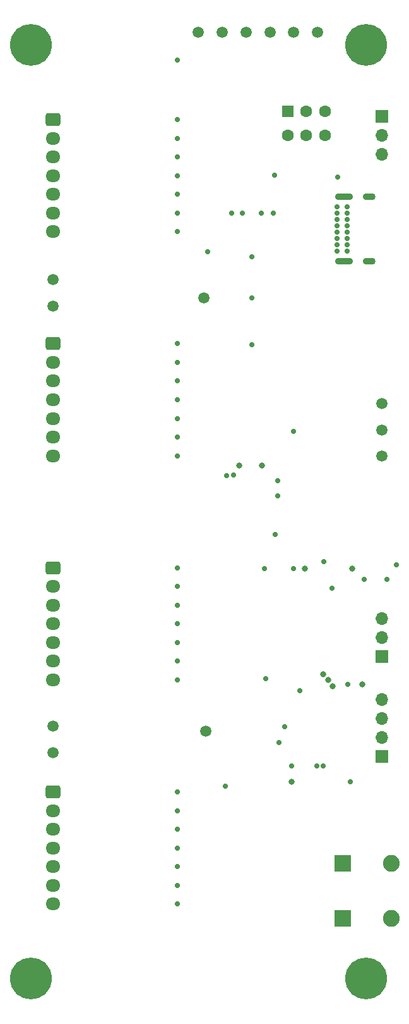
<source format=gbr>
%TF.GenerationSoftware,KiCad,Pcbnew,8.0.1*%
%TF.CreationDate,2024-04-24T01:01:48-07:00*%
%TF.ProjectId,BatteryTelemetry,42617474-6572-4795-9465-6c656d657472,rev?*%
%TF.SameCoordinates,Original*%
%TF.FileFunction,Soldermask,Bot*%
%TF.FilePolarity,Negative*%
%FSLAX46Y46*%
G04 Gerber Fmt 4.6, Leading zero omitted, Abs format (unit mm)*
G04 Created by KiCad (PCBNEW 8.0.1) date 2024-04-24 01:01:48*
%MOMM*%
%LPD*%
G01*
G04 APERTURE LIST*
G04 Aperture macros list*
%AMRoundRect*
0 Rectangle with rounded corners*
0 $1 Rounding radius*
0 $2 $3 $4 $5 $6 $7 $8 $9 X,Y pos of 4 corners*
0 Add a 4 corners polygon primitive as box body*
4,1,4,$2,$3,$4,$5,$6,$7,$8,$9,$2,$3,0*
0 Add four circle primitives for the rounded corners*
1,1,$1+$1,$2,$3*
1,1,$1+$1,$4,$5*
1,1,$1+$1,$6,$7*
1,1,$1+$1,$8,$9*
0 Add four rect primitives between the rounded corners*
20,1,$1+$1,$2,$3,$4,$5,0*
20,1,$1+$1,$4,$5,$6,$7,0*
20,1,$1+$1,$6,$7,$8,$9,0*
20,1,$1+$1,$8,$9,$2,$3,0*%
G04 Aperture macros list end*
%ADD10C,5.600000*%
%ADD11C,1.500000*%
%ADD12RoundRect,0.250000X-0.725000X0.600000X-0.725000X-0.600000X0.725000X-0.600000X0.725000X0.600000X0*%
%ADD13O,1.950000X1.700000*%
%ADD14R,2.250000X2.250000*%
%ADD15C,2.250000*%
%ADD16R,1.700000X1.700000*%
%ADD17O,1.700000X1.700000*%
%ADD18R,1.600000X1.600000*%
%ADD19C,1.600000*%
%ADD20C,0.700000*%
%ADD21O,2.400000X0.900000*%
%ADD22O,1.700000X0.900000*%
%ADD23C,0.711200*%
%ADD24C,0.800000*%
G04 APERTURE END LIST*
D10*
%TO.C,H4*%
X75000000Y-155000000D03*
%TD*%
D11*
%TO.C,TP6*%
X68490000Y-28300000D03*
%TD*%
%TO.C,TP3*%
X58905000Y-28300000D03*
%TD*%
%TO.C,TP4*%
X62100000Y-28300000D03*
%TD*%
%TO.C,TP1*%
X52515000Y-28300000D03*
%TD*%
D12*
%TO.C,J4*%
X33000000Y-130000000D03*
D13*
X33000000Y-132500000D03*
X33000000Y-135000000D03*
X33000000Y-137500000D03*
X33000000Y-140000000D03*
X33000000Y-142500000D03*
X33000000Y-145000000D03*
%TD*%
D10*
%TO.C,H3*%
X30000000Y-155000000D03*
%TD*%
D11*
%TO.C,TP13*%
X77100000Y-77975000D03*
%TD*%
%TO.C,TP9*%
X33000000Y-121175000D03*
%TD*%
D14*
%TO.C,SW2*%
X71875000Y-139600000D03*
D15*
X78375000Y-139600000D03*
%TD*%
D10*
%TO.C,H2*%
X75000000Y-30000000D03*
%TD*%
D16*
%TO.C,J6*%
X77075000Y-125275000D03*
D17*
X77075000Y-122735000D03*
X77075000Y-120195000D03*
X77075000Y-117655000D03*
%TD*%
D10*
%TO.C,H1*%
X30000000Y-30000000D03*
%TD*%
D18*
%TO.C,SW3*%
X64475000Y-38900000D03*
D19*
X66975000Y-38900000D03*
X69475000Y-38900000D03*
X64475000Y-42100000D03*
X66975000Y-42100000D03*
X69475000Y-42100000D03*
%TD*%
D11*
%TO.C,TP15*%
X77100000Y-85075000D03*
%TD*%
%TO.C,TP8*%
X33000000Y-64950000D03*
%TD*%
%TO.C,TP2*%
X55710000Y-28300000D03*
%TD*%
%TO.C,TP12*%
X53525000Y-121850000D03*
%TD*%
D20*
%TO.C,J5*%
X71075000Y-57600000D03*
X71075000Y-56750000D03*
X71075000Y-55900000D03*
X71075000Y-55050000D03*
X71075000Y-54200000D03*
X71075000Y-53350000D03*
X71075000Y-52500000D03*
X71075000Y-51650000D03*
X72425000Y-51650000D03*
X72425000Y-52500000D03*
X72425000Y-53350000D03*
X72425000Y-54200000D03*
X72425000Y-55050000D03*
X72425000Y-55900000D03*
X72425000Y-56750000D03*
X72425000Y-57600000D03*
D21*
X72055000Y-58950000D03*
D22*
X75435000Y-58950000D03*
D21*
X72055000Y-50300000D03*
D22*
X75435000Y-50300000D03*
%TD*%
D11*
%TO.C,TP10*%
X33000000Y-124725000D03*
%TD*%
%TO.C,TP7*%
X33000000Y-61400000D03*
%TD*%
D12*
%TO.C,J1*%
X33000000Y-40000000D03*
D13*
X33000000Y-42500000D03*
X33000000Y-45000000D03*
X33000000Y-47500000D03*
X33000000Y-50000000D03*
X33000000Y-52500000D03*
X33000000Y-55000000D03*
%TD*%
D16*
%TO.C,J8*%
X77100000Y-39560000D03*
D17*
X77100000Y-42100000D03*
X77100000Y-44640000D03*
%TD*%
D12*
%TO.C,J3*%
X33000000Y-100000000D03*
D13*
X33000000Y-102500000D03*
X33000000Y-105000000D03*
X33000000Y-107500000D03*
X33000000Y-110000000D03*
X33000000Y-112500000D03*
X33000000Y-115000000D03*
%TD*%
D12*
%TO.C,J2*%
X33000000Y-70000000D03*
D13*
X33000000Y-72500000D03*
X33000000Y-75000000D03*
X33000000Y-77500000D03*
X33000000Y-80000000D03*
X33000000Y-82500000D03*
X33000000Y-85000000D03*
%TD*%
D11*
%TO.C,TP5*%
X65295000Y-28300000D03*
%TD*%
%TO.C,TP14*%
X77100000Y-81525000D03*
%TD*%
D16*
%TO.C,J7*%
X77075000Y-111850000D03*
D17*
X77075000Y-109310000D03*
X77075000Y-106770000D03*
%TD*%
D11*
%TO.C,TP11*%
X53250000Y-63875000D03*
%TD*%
D14*
%TO.C,SW1*%
X71875000Y-146925000D03*
D15*
X78375000Y-146925000D03*
%TD*%
D23*
X66075000Y-116475000D03*
D20*
X60950000Y-52500000D03*
X65000000Y-126562394D03*
D24*
X73169975Y-100075000D03*
D20*
X58425000Y-52500000D03*
D23*
X64050000Y-121300000D03*
D24*
X65000000Y-128675000D03*
X66750000Y-100075000D03*
D23*
X49650000Y-42500000D03*
X59700000Y-70100000D03*
X49650000Y-137500000D03*
X65300000Y-81700000D03*
X56100000Y-129200000D03*
X49650000Y-110000000D03*
X49650000Y-132500000D03*
X49650000Y-40000000D03*
X49650000Y-140000000D03*
X70400000Y-102750000D03*
X49650000Y-102500000D03*
X62825000Y-95500000D03*
X49650000Y-105000000D03*
X49650000Y-130000000D03*
X56250000Y-87650000D03*
X49650000Y-107500000D03*
X49650000Y-45000000D03*
X49650000Y-47525000D03*
X49650000Y-115000000D03*
X49650000Y-72500000D03*
X79100000Y-99625000D03*
X49650000Y-55000000D03*
X49650000Y-85000000D03*
X49650000Y-77500000D03*
X49650000Y-135000000D03*
X49650000Y-82500000D03*
X49650000Y-80000000D03*
X49650000Y-50000000D03*
X49650000Y-100000000D03*
X49650000Y-32000000D03*
X49650000Y-145000000D03*
X63300000Y-123375000D03*
X49650000Y-70000000D03*
X72900000Y-128625000D03*
X62700000Y-47475000D03*
X49650000Y-75000000D03*
D20*
X72562500Y-115600000D03*
D23*
X49650000Y-142500000D03*
X49650000Y-112500000D03*
X49650000Y-52500000D03*
X71150000Y-47675000D03*
X62575000Y-52500000D03*
X59700000Y-63875000D03*
X59700000Y-58400000D03*
X56950000Y-52500000D03*
X53775000Y-57725000D03*
X61500000Y-114800000D03*
D24*
X70506323Y-115860929D03*
X69936467Y-115039181D03*
D23*
X63125000Y-90400000D03*
X63125000Y-88375000D03*
D24*
X69236467Y-114225000D03*
D20*
X77775000Y-101550000D03*
X69281250Y-126562394D03*
X74775000Y-101550000D03*
X68368154Y-126562394D03*
D24*
X57950000Y-86300000D03*
X74450000Y-115600668D03*
X61050000Y-86325000D03*
D23*
X61350000Y-100075000D03*
X65275000Y-100075000D03*
X57200000Y-87600000D03*
D20*
X69300000Y-99200000D03*
M02*

</source>
